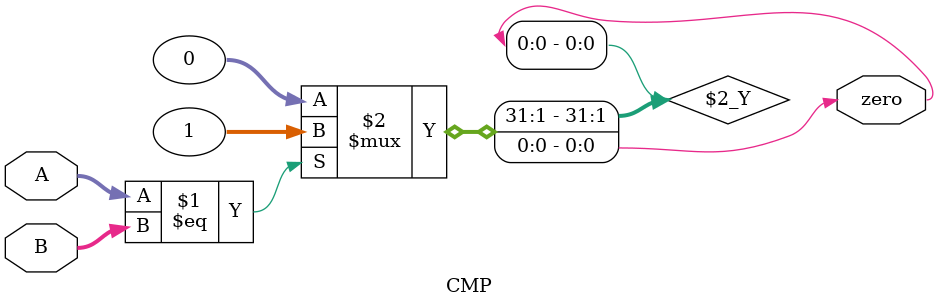
<source format=v>
`timescale 1ns / 1ps
module CMP(
    input [31:0] A,
    input [31:0] B,
    output zero
    );

    assign zero = (A == B) ? 1 : 0;
endmodule

</source>
